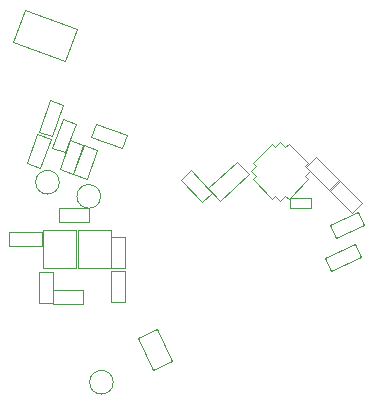
<source format=gbr>
%TF.GenerationSoftware,KiCad,Pcbnew,9.0.6-rc1-2-g790dee114b*%
%TF.CreationDate,2025-10-17T23:20:01-04:00*%
%TF.ProjectId,MetamerBoard,4d657461-6d65-4724-926f-6172642e6b69,rev?*%
%TF.SameCoordinates,Original*%
%TF.FileFunction,Other,User*%
%FSLAX45Y45*%
G04 Gerber Fmt 4.5, Leading zero omitted, Abs format (unit mm)*
G04 Created by KiCad (PCBNEW 9.0.6-rc1-2-g790dee114b) date 2025-10-17 23:20:01*
%MOMM*%
%LPD*%
G01*
G04 APERTURE LIST*
%ADD10C,0.050000*%
G04 APERTURE END LIST*
D10*
%TO.C,TP5*%
X13795810Y-9673589D02*
X13354154Y-9512839D01*
X13696624Y-9946100D02*
X13795810Y-9673589D01*
X13354154Y-9512839D02*
X13254968Y-9785350D01*
X13254968Y-9785350D02*
X13696624Y-9946100D01*
%TO.C,TP6*%
X13995389Y-11094470D02*
G75*
G02*
X13795389Y-11094470I-100000J0D01*
G01*
X13795389Y-11094470D02*
G75*
G02*
X13995389Y-11094470I100000J0D01*
G01*
%TO.C,TP7*%
X13645389Y-10974470D02*
G75*
G02*
X13445389Y-10974470I-100000J0D01*
G01*
X13445389Y-10974470D02*
G75*
G02*
X13645389Y-10974470I100000J0D01*
G01*
%TO.C,TP3*%
X14102003Y-12668061D02*
G75*
G02*
X13902003Y-12668061I-100000J0D01*
G01*
X13902003Y-12668061D02*
G75*
G02*
X14102003Y-12668061I100000J0D01*
G01*
%TO.C,D18*%
X15007001Y-11132888D02*
X15248348Y-10907829D01*
X14907430Y-11026110D02*
X15007001Y-11132888D01*
X15248348Y-10907829D02*
X15148776Y-10801051D01*
X15148776Y-10801051D02*
X14907430Y-11026110D01*
%TO.C,C4*%
X13221389Y-11517469D02*
X13501389Y-11517469D01*
X13221389Y-11397469D02*
X13221389Y-11517469D01*
X13501389Y-11517469D02*
X13501389Y-11397469D01*
X13501389Y-11397469D02*
X13221389Y-11397469D01*
%TO.C,U3*%
X15765346Y-10881940D02*
X15722920Y-10839513D01*
X15749790Y-10951236D02*
X15722920Y-10924366D01*
X15749790Y-10812643D02*
X15587155Y-10650009D01*
X15722920Y-10924366D02*
X15765346Y-10881940D01*
X15722920Y-10839513D02*
X15749790Y-10812643D01*
X15587155Y-11113871D02*
X15749790Y-10951236D01*
X15587155Y-10650009D02*
X15560285Y-10676879D01*
X15560285Y-11087001D02*
X15587155Y-11113871D01*
X15560285Y-10676879D02*
X15517859Y-10634452D01*
X15517859Y-11129427D02*
X15560285Y-11087001D01*
X15517859Y-10634452D02*
X15475433Y-10676879D01*
X15475433Y-11087001D02*
X15517859Y-11129427D01*
X15475433Y-10676879D02*
X15448562Y-10650009D01*
X15448562Y-11113871D02*
X15475433Y-11087001D01*
X15448562Y-10650009D02*
X15285928Y-10812643D01*
X15312798Y-10924366D02*
X15285928Y-10951236D01*
X15312798Y-10839513D02*
X15270372Y-10881940D01*
X15285928Y-10951236D02*
X15448562Y-11113871D01*
X15285928Y-10812643D02*
X15312798Y-10839513D01*
X15270372Y-10881940D02*
X15312798Y-10924366D01*
%TO.C,C7*%
X15733968Y-10842901D02*
X15931957Y-11040891D01*
X15818820Y-10758048D02*
X15733968Y-10842901D01*
X15931957Y-11040891D02*
X16016810Y-10956038D01*
X16016810Y-10956038D02*
X15818820Y-10758048D01*
%TO.C,C5*%
X15948863Y-11723014D02*
X16202629Y-11604681D01*
X15898149Y-11614258D02*
X15948863Y-11723014D01*
X16202629Y-11604681D02*
X16151915Y-11495924D01*
X16151915Y-11495924D02*
X15898149Y-11614258D01*
%TO.C,C6*%
X15595389Y-11189469D02*
X15595389Y-11109470D01*
X15595389Y-11189469D02*
X15775389Y-11189469D01*
X15775389Y-11189469D02*
X15775389Y-11109470D01*
X15775389Y-11109470D02*
X15595389Y-11109470D01*
%TO.C,R8*%
X14085389Y-11439469D02*
X14085389Y-11699469D01*
X14205389Y-11439469D02*
X14085389Y-11439469D01*
X14085389Y-11699469D02*
X14205389Y-11699469D01*
X14205389Y-11699469D02*
X14205389Y-11439469D01*
%TO.C,R7*%
X13470389Y-11734469D02*
X13470389Y-11994469D01*
X13470389Y-11994469D02*
X13590389Y-11994469D01*
X13590389Y-11734469D02*
X13470389Y-11734469D01*
X13590389Y-11994469D02*
X13590389Y-11734469D01*
%TO.C,R2*%
X13590389Y-11884469D02*
X13590389Y-12004469D01*
X13590389Y-12004469D02*
X13850389Y-12004469D01*
X13850389Y-11884470D02*
X13590389Y-11884469D01*
X13850389Y-12004469D02*
X13850389Y-11884470D01*
%TO.C,R10*%
X15937212Y-11340031D02*
X15987926Y-11448788D01*
X15987926Y-11448788D02*
X16223566Y-11338908D01*
X16172852Y-11230151D02*
X15937212Y-11340031D01*
X16223566Y-11338908D02*
X16172852Y-11230151D01*
%TO.C,R6*%
X13369545Y-10811108D02*
X13482308Y-10852151D01*
X13458470Y-10566788D02*
X13369545Y-10811108D01*
X13482308Y-10852151D02*
X13571233Y-10607831D01*
X13571233Y-10607831D02*
X13458470Y-10566788D01*
%TO.C,D17*%
X14313949Y-12290801D02*
X14472553Y-12216843D01*
X14440734Y-12562693D02*
X14313949Y-12290801D01*
X14472553Y-12216843D02*
X14599338Y-12488735D01*
X14599338Y-12488735D02*
X14440734Y-12562693D01*
%TO.C,R12*%
X13640389Y-11194469D02*
X13640389Y-11314469D01*
X13640389Y-11314469D02*
X13900389Y-11314469D01*
X13900389Y-11194469D02*
X13640389Y-11194469D01*
X13900389Y-11314469D02*
X13900389Y-11194469D01*
%TO.C,R5*%
X13584545Y-10681108D02*
X13697308Y-10722151D01*
X13673470Y-10436788D02*
X13584545Y-10681108D01*
X13697308Y-10722151D02*
X13786233Y-10477831D01*
X13786233Y-10477831D02*
X13673470Y-10436788D01*
%TO.C,U2*%
X13505389Y-11379469D02*
X13785389Y-11379469D01*
X13505389Y-11699469D02*
X13505389Y-11379469D01*
X13785389Y-11699469D02*
X13505389Y-11699469D01*
X13785389Y-11699469D02*
X13785389Y-11379469D01*
%TO.C,C1*%
X13913311Y-10592968D02*
X14176425Y-10688734D01*
X13954353Y-10480205D02*
X13913311Y-10592968D01*
X14176425Y-10688734D02*
X14217467Y-10575971D01*
X14217467Y-10575971D02*
X13954353Y-10480205D01*
%TO.C,R3*%
X13764545Y-10906108D02*
X13877308Y-10947151D01*
X13853470Y-10661788D02*
X13764545Y-10906108D01*
X13877308Y-10947151D02*
X13966233Y-10702831D01*
X13966233Y-10702831D02*
X13853470Y-10661788D01*
%TO.C,C2*%
X13471125Y-10545505D02*
X13583888Y-10586548D01*
X13566890Y-10282391D02*
X13471125Y-10545505D01*
X13583888Y-10586548D02*
X13679653Y-10323434D01*
X13679653Y-10323434D02*
X13566890Y-10282391D01*
%TO.C,R1*%
X14085389Y-11724470D02*
X14085389Y-11984469D01*
X14205389Y-11724470D02*
X14085389Y-11724470D01*
X14085389Y-11984469D02*
X14205389Y-11984469D01*
X14205389Y-11984469D02*
X14205389Y-11724470D01*
%TO.C,R9*%
X14760610Y-10873474D02*
X14672848Y-10955313D01*
X14672848Y-10955313D02*
X14850168Y-11145465D01*
X14937930Y-11063626D02*
X14760610Y-10873474D01*
X14850168Y-11145465D02*
X14937930Y-11063626D01*
%TO.C,R11*%
X15941039Y-11049972D02*
X16124886Y-11233820D01*
X16025891Y-10965119D02*
X15941039Y-11049972D01*
X16124886Y-11233820D02*
X16209739Y-11148967D01*
X16209739Y-11148967D02*
X16025891Y-10965119D01*
%TO.C,R4*%
X13647696Y-10860631D02*
X13760459Y-10901674D01*
X13736621Y-10616311D02*
X13647696Y-10860631D01*
X13760459Y-10901674D02*
X13849384Y-10657354D01*
X13849384Y-10657354D02*
X13736621Y-10616311D01*
%TO.C,U4*%
X13805389Y-11379469D02*
X14085389Y-11379469D01*
X13805389Y-11699469D02*
X13805389Y-11379469D01*
X14085389Y-11699469D02*
X13805389Y-11699469D01*
X14085389Y-11699469D02*
X14085389Y-11379469D01*
%TD*%
M02*

</source>
